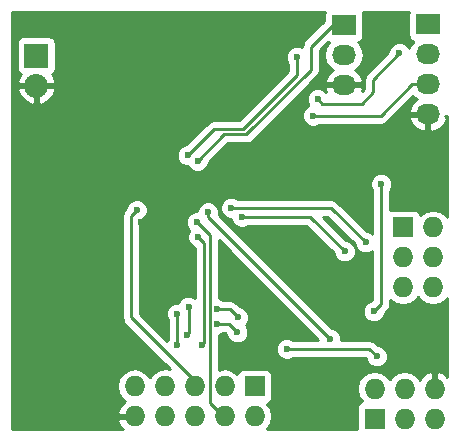
<source format=gbl>
G04 #@! TF.FileFunction,Copper,L2,Bot,Signal*
%FSLAX46Y46*%
G04 Gerber Fmt 4.6, Leading zero omitted, Abs format (unit mm)*
G04 Created by KiCad (PCBNEW 4.0.4-stable) date 11/04/16 17:13:28*
%MOMM*%
%LPD*%
G01*
G04 APERTURE LIST*
%ADD10C,0.100000*%
%ADD11R,1.727200X1.727200*%
%ADD12O,1.727200X1.727200*%
%ADD13R,2.032000X1.727200*%
%ADD14O,2.032000X1.727200*%
%ADD15R,2.032000X2.032000*%
%ADD16O,2.032000X2.032000*%
%ADD17C,0.600000*%
%ADD18C,0.250000*%
%ADD19C,0.254000*%
G04 APERTURE END LIST*
D10*
D11*
X138430000Y-105156000D03*
D12*
X138430000Y-102616000D03*
X140970000Y-105156000D03*
X140970000Y-102616000D03*
X143510000Y-105156000D03*
X143510000Y-102616000D03*
D13*
X135826500Y-71818500D03*
D14*
X135826500Y-74358500D03*
X135826500Y-76898500D03*
D13*
X142938500Y-71755000D03*
D14*
X142938500Y-74295000D03*
X142938500Y-76835000D03*
X142938500Y-79375000D03*
D11*
X128270000Y-102425500D03*
D12*
X128270000Y-104965500D03*
X125730000Y-102425500D03*
X125730000Y-104965500D03*
X123190000Y-102425500D03*
X123190000Y-104965500D03*
X120650000Y-102425500D03*
X120650000Y-104965500D03*
X118110000Y-102425500D03*
X118110000Y-104965500D03*
D11*
X140843000Y-88963500D03*
D12*
X143383000Y-88963500D03*
X140843000Y-91503500D03*
X143383000Y-91503500D03*
X140843000Y-94043500D03*
X143383000Y-94043500D03*
D15*
X109791500Y-74422000D03*
D16*
X109791500Y-76962000D03*
D17*
X139001500Y-85280500D03*
X138366500Y-96075500D03*
X133604000Y-78105000D03*
X140525500Y-74231500D03*
X114744500Y-88836500D03*
X115887500Y-95186500D03*
X119634000Y-72326500D03*
X131127500Y-90043000D03*
X118681500Y-88519000D03*
X118808500Y-90233500D03*
X118300500Y-87503000D03*
X123825000Y-98933000D03*
X123507500Y-89789000D03*
X121729500Y-96266000D03*
X121729500Y-98933000D03*
X122555000Y-98044000D03*
X122682000Y-95694500D03*
X125095000Y-97155000D03*
X126809500Y-97853500D03*
X126873000Y-96583500D03*
X125095000Y-95885000D03*
X138620500Y-99885500D03*
X131000500Y-99250500D03*
X127190500Y-88074500D03*
X135890000Y-90995500D03*
X137668000Y-90233500D03*
X126301500Y-87312500D03*
X133223000Y-79502000D03*
X134683500Y-98425000D03*
X124333000Y-87693500D03*
X123444000Y-83312000D03*
X131826000Y-74549000D03*
X122618500Y-82867500D03*
X123380500Y-88519000D03*
D18*
X139001500Y-95440500D02*
X139001500Y-85280500D01*
X138366500Y-96075500D02*
X139001500Y-95440500D01*
X133985000Y-78486000D02*
X133604000Y-78105000D01*
X137350500Y-78486000D02*
X133985000Y-78486000D01*
X138303000Y-77533500D02*
X137350500Y-78486000D01*
X138303000Y-76454000D02*
X138303000Y-77533500D01*
X140525500Y-74231500D02*
X138303000Y-76454000D01*
X118808500Y-90233500D02*
X118745000Y-90233500D01*
X117792500Y-96583500D02*
X123190000Y-101981000D01*
X117792500Y-88011000D02*
X117792500Y-96583500D01*
X118300500Y-87503000D02*
X117792500Y-88011000D01*
X123190000Y-101981000D02*
X123190000Y-102425500D01*
X123825000Y-98933000D02*
X124009998Y-98748002D01*
X124009998Y-98748002D02*
X124009998Y-90291498D01*
X124009998Y-90291498D02*
X123507500Y-89789000D01*
X121729500Y-98933000D02*
X121729500Y-96266000D01*
X122555000Y-98044000D02*
X122682000Y-97917000D01*
X122682000Y-97917000D02*
X122682000Y-95694500D01*
X126111000Y-97155000D02*
X125095000Y-97155000D01*
X126809500Y-97853500D02*
X126111000Y-97155000D01*
X126873000Y-96583500D02*
X126174500Y-95885000D01*
X126174500Y-95885000D02*
X125095000Y-95885000D01*
X138620500Y-99885500D02*
X137985500Y-99250500D01*
X137985500Y-99250500D02*
X131000500Y-99250500D01*
X132969000Y-88074500D02*
X127190500Y-88074500D01*
X135890000Y-90995500D02*
X132969000Y-88074500D01*
X137668000Y-90233500D02*
X134747000Y-87312500D01*
X134747000Y-87312500D02*
X126301500Y-87312500D01*
X141605000Y-76835000D02*
X142938500Y-76835000D01*
X138938000Y-79502000D02*
X141605000Y-76835000D01*
X133223000Y-79502000D02*
X138938000Y-79502000D01*
X134683500Y-98425000D02*
X124333000Y-88074500D01*
X124333000Y-88074500D02*
X124333000Y-87693500D01*
X133032500Y-73660000D02*
X134874000Y-71818500D01*
X133032500Y-75628500D02*
X133032500Y-73660000D01*
X127571500Y-81089500D02*
X133032500Y-75628500D01*
X125666500Y-81089500D02*
X127571500Y-81089500D01*
X123444000Y-83312000D02*
X125666500Y-81089500D01*
X134874000Y-71818500D02*
X135826500Y-71818500D01*
X131826000Y-76073000D02*
X131826000Y-74549000D01*
X127259502Y-80639498D02*
X131826000Y-76073000D01*
X124846502Y-80639498D02*
X127259502Y-80639498D01*
X122618500Y-82867500D02*
X124846502Y-80639498D01*
X125730000Y-104965500D02*
X125603000Y-104965500D01*
X125603000Y-104965500D02*
X124460000Y-103822500D01*
X124460000Y-103822500D02*
X124460000Y-89598500D01*
X124460000Y-89598500D02*
X123380500Y-88519000D01*
D19*
G36*
X134214069Y-70703010D02*
X134163060Y-70954900D01*
X134163060Y-71454638D01*
X132495099Y-73122599D01*
X132330352Y-73369161D01*
X132272500Y-73660000D01*
X132272500Y-73722000D01*
X132012799Y-73614162D01*
X131640833Y-73613838D01*
X131297057Y-73755883D01*
X131033808Y-74018673D01*
X130891162Y-74362201D01*
X130890838Y-74734167D01*
X131032883Y-75077943D01*
X131066000Y-75111118D01*
X131066000Y-75758198D01*
X126944700Y-79879498D01*
X124846502Y-79879498D01*
X124555663Y-79937350D01*
X124309101Y-80102097D01*
X122478820Y-81932378D01*
X122433333Y-81932338D01*
X122089557Y-82074383D01*
X121826308Y-82337173D01*
X121683662Y-82680701D01*
X121683338Y-83052667D01*
X121825383Y-83396443D01*
X122088173Y-83659692D01*
X122431701Y-83802338D01*
X122635005Y-83802515D01*
X122650883Y-83840943D01*
X122913673Y-84104192D01*
X123257201Y-84246838D01*
X123629167Y-84247162D01*
X123972943Y-84105117D01*
X124236192Y-83842327D01*
X124378838Y-83498799D01*
X124378879Y-83451923D01*
X125981302Y-81849500D01*
X127571500Y-81849500D01*
X127862339Y-81791648D01*
X128108901Y-81626901D01*
X133569901Y-76165901D01*
X133734648Y-75919340D01*
X133792500Y-75628500D01*
X133792500Y-73974802D01*
X134517120Y-73250182D01*
X134558610Y-73278531D01*
X134599939Y-73286900D01*
X134582085Y-73298830D01*
X134257229Y-73785011D01*
X134143155Y-74358500D01*
X134257229Y-74931989D01*
X134582085Y-75418170D01*
X134891569Y-75624961D01*
X134475768Y-75996464D01*
X134221791Y-76523709D01*
X134219142Y-76539474D01*
X134340283Y-76771500D01*
X135699500Y-76771500D01*
X135699500Y-76751500D01*
X135953500Y-76751500D01*
X135953500Y-76771500D01*
X137312717Y-76771500D01*
X137433858Y-76539474D01*
X137431209Y-76523709D01*
X137177232Y-75996464D01*
X136761431Y-75624961D01*
X137070915Y-75418170D01*
X137395771Y-74931989D01*
X137509845Y-74358500D01*
X137395771Y-73785011D01*
X137070915Y-73298830D01*
X137056587Y-73289257D01*
X137077817Y-73285262D01*
X137293941Y-73146190D01*
X137438931Y-72933990D01*
X137489940Y-72682100D01*
X137489940Y-70954900D01*
X137445662Y-70719583D01*
X137424695Y-70687000D01*
X141316452Y-70687000D01*
X141275060Y-70891400D01*
X141275060Y-72618600D01*
X141319338Y-72853917D01*
X141458410Y-73070041D01*
X141670610Y-73215031D01*
X141711939Y-73223400D01*
X141694085Y-73235330D01*
X141369229Y-73721511D01*
X141355327Y-73791402D01*
X141318617Y-73702557D01*
X141055827Y-73439308D01*
X140712299Y-73296662D01*
X140340333Y-73296338D01*
X139996557Y-73438383D01*
X139733308Y-73701173D01*
X139590662Y-74044701D01*
X139590621Y-74091577D01*
X137765599Y-75916599D01*
X137600852Y-76163161D01*
X137543000Y-76454000D01*
X137543000Y-77218698D01*
X137378049Y-77383649D01*
X137431209Y-77273291D01*
X137433858Y-77257526D01*
X137312717Y-77025500D01*
X135953500Y-77025500D01*
X135953500Y-77045500D01*
X135699500Y-77045500D01*
X135699500Y-77025500D01*
X134340283Y-77025500D01*
X134219142Y-77257526D01*
X134221791Y-77273291D01*
X134340142Y-77518983D01*
X134134327Y-77312808D01*
X133790799Y-77170162D01*
X133418833Y-77169838D01*
X133075057Y-77311883D01*
X132811808Y-77574673D01*
X132669162Y-77918201D01*
X132668838Y-78290167D01*
X132810883Y-78633943D01*
X132829731Y-78652824D01*
X132694057Y-78708883D01*
X132430808Y-78971673D01*
X132288162Y-79315201D01*
X132287838Y-79687167D01*
X132429883Y-80030943D01*
X132692673Y-80294192D01*
X133036201Y-80436838D01*
X133408167Y-80437162D01*
X133751943Y-80295117D01*
X133785118Y-80262000D01*
X138938000Y-80262000D01*
X139228839Y-80204148D01*
X139475401Y-80039401D01*
X139780776Y-79734026D01*
X141331142Y-79734026D01*
X141333791Y-79749791D01*
X141587768Y-80277036D01*
X142024180Y-80666954D01*
X142576587Y-80860184D01*
X142811500Y-80715924D01*
X142811500Y-79502000D01*
X141452283Y-79502000D01*
X141331142Y-79734026D01*
X139780776Y-79734026D01*
X141664464Y-77850338D01*
X141694085Y-77894670D01*
X142003569Y-78101461D01*
X141587768Y-78472964D01*
X141333791Y-79000209D01*
X141331142Y-79015974D01*
X141452283Y-79248000D01*
X142811500Y-79248000D01*
X142811500Y-79228000D01*
X143065500Y-79228000D01*
X143065500Y-79248000D01*
X143085500Y-79248000D01*
X143085500Y-79502000D01*
X143065500Y-79502000D01*
X143065500Y-80715924D01*
X143300413Y-80860184D01*
X143852820Y-80666954D01*
X144289232Y-80277036D01*
X144543209Y-79749791D01*
X144545858Y-79734026D01*
X144424718Y-79502002D01*
X144578000Y-79502002D01*
X144578000Y-88062427D01*
X144472029Y-87903830D01*
X143985848Y-87578974D01*
X143412359Y-87464900D01*
X143353641Y-87464900D01*
X142780152Y-87578974D01*
X142314558Y-87890074D01*
X142309762Y-87864583D01*
X142170690Y-87648459D01*
X141958490Y-87503469D01*
X141706600Y-87452460D01*
X139979400Y-87452460D01*
X139761500Y-87493461D01*
X139761500Y-85842963D01*
X139793692Y-85810827D01*
X139936338Y-85467299D01*
X139936662Y-85095333D01*
X139794617Y-84751557D01*
X139531827Y-84488308D01*
X139188299Y-84345662D01*
X138816333Y-84345338D01*
X138472557Y-84487383D01*
X138209308Y-84750173D01*
X138066662Y-85093701D01*
X138066338Y-85465667D01*
X138208383Y-85809443D01*
X138241500Y-85842618D01*
X138241500Y-89484556D01*
X138198327Y-89441308D01*
X137854799Y-89298662D01*
X137807923Y-89298621D01*
X135284401Y-86775099D01*
X135037839Y-86610352D01*
X134747000Y-86552500D01*
X126863963Y-86552500D01*
X126831827Y-86520308D01*
X126488299Y-86377662D01*
X126116333Y-86377338D01*
X125772557Y-86519383D01*
X125509308Y-86782173D01*
X125366662Y-87125701D01*
X125366338Y-87497667D01*
X125508383Y-87841443D01*
X125771173Y-88104692D01*
X126114701Y-88247338D01*
X126255349Y-88247461D01*
X126255338Y-88259667D01*
X126397383Y-88603443D01*
X126660173Y-88866692D01*
X127003701Y-89009338D01*
X127375667Y-89009662D01*
X127719443Y-88867617D01*
X127752618Y-88834500D01*
X132654198Y-88834500D01*
X134954878Y-91135180D01*
X134954838Y-91180667D01*
X135096883Y-91524443D01*
X135359673Y-91787692D01*
X135703201Y-91930338D01*
X136075167Y-91930662D01*
X136418943Y-91788617D01*
X136682192Y-91525827D01*
X136824838Y-91182299D01*
X136825162Y-90810333D01*
X136683117Y-90466557D01*
X136420327Y-90203308D01*
X136076799Y-90060662D01*
X136029923Y-90060621D01*
X134041802Y-88072500D01*
X134432198Y-88072500D01*
X136732878Y-90373180D01*
X136732838Y-90418667D01*
X136874883Y-90762443D01*
X137137673Y-91025692D01*
X137481201Y-91168338D01*
X137853167Y-91168662D01*
X138196943Y-91026617D01*
X138241500Y-90982138D01*
X138241500Y-95125698D01*
X138226820Y-95140378D01*
X138181333Y-95140338D01*
X137837557Y-95282383D01*
X137574308Y-95545173D01*
X137431662Y-95888701D01*
X137431338Y-96260667D01*
X137573383Y-96604443D01*
X137836173Y-96867692D01*
X138179701Y-97010338D01*
X138551667Y-97010662D01*
X138895443Y-96868617D01*
X139158692Y-96605827D01*
X139301338Y-96262299D01*
X139301379Y-96215423D01*
X139538901Y-95977901D01*
X139703648Y-95731339D01*
X139761500Y-95440500D01*
X139761500Y-95108201D01*
X140240152Y-95428026D01*
X140813641Y-95542100D01*
X140872359Y-95542100D01*
X141445848Y-95428026D01*
X141932029Y-95103170D01*
X142113000Y-94832328D01*
X142293971Y-95103170D01*
X142780152Y-95428026D01*
X143353641Y-95542100D01*
X143412359Y-95542100D01*
X143985848Y-95428026D01*
X144472029Y-95103170D01*
X144578000Y-94944573D01*
X144578000Y-101600800D01*
X144284947Y-101333312D01*
X143869026Y-101161042D01*
X143637000Y-101282183D01*
X143637000Y-102489000D01*
X143657000Y-102489000D01*
X143657000Y-102743000D01*
X143637000Y-102743000D01*
X143637000Y-102763000D01*
X143383000Y-102763000D01*
X143383000Y-102743000D01*
X143363000Y-102743000D01*
X143363000Y-102489000D01*
X143383000Y-102489000D01*
X143383000Y-101282183D01*
X143150974Y-101161042D01*
X142735053Y-101333312D01*
X142303179Y-101727510D01*
X142245664Y-101850228D01*
X142029670Y-101526971D01*
X141543489Y-101202115D01*
X140970000Y-101088041D01*
X140396511Y-101202115D01*
X139910330Y-101526971D01*
X139700000Y-101841752D01*
X139489670Y-101526971D01*
X139003489Y-101202115D01*
X138430000Y-101088041D01*
X137856511Y-101202115D01*
X137370330Y-101526971D01*
X137045474Y-102013152D01*
X136931400Y-102586641D01*
X136931400Y-102645359D01*
X137045474Y-103218848D01*
X137356574Y-103684442D01*
X137331083Y-103689238D01*
X137114959Y-103828310D01*
X136969969Y-104040510D01*
X136918960Y-104292400D01*
X136918960Y-106019600D01*
X136921575Y-106033500D01*
X129343721Y-106033500D01*
X129654526Y-105568348D01*
X129768600Y-104994859D01*
X129768600Y-104936141D01*
X129654526Y-104362652D01*
X129343426Y-103897058D01*
X129368917Y-103892262D01*
X129585041Y-103753190D01*
X129730031Y-103540990D01*
X129781040Y-103289100D01*
X129781040Y-101561900D01*
X129736762Y-101326583D01*
X129597690Y-101110459D01*
X129385490Y-100965469D01*
X129133600Y-100914460D01*
X127406400Y-100914460D01*
X127171083Y-100958738D01*
X126954959Y-101097810D01*
X126809969Y-101310010D01*
X126801136Y-101353631D01*
X126789670Y-101336471D01*
X126303489Y-101011615D01*
X125730000Y-100897541D01*
X125220000Y-100998986D01*
X125220000Y-98090110D01*
X125280167Y-98090162D01*
X125623943Y-97948117D01*
X125657118Y-97915000D01*
X125796198Y-97915000D01*
X125874378Y-97993180D01*
X125874338Y-98038667D01*
X126016383Y-98382443D01*
X126279173Y-98645692D01*
X126622701Y-98788338D01*
X126994667Y-98788662D01*
X127338443Y-98646617D01*
X127601692Y-98383827D01*
X127744338Y-98040299D01*
X127744662Y-97668333D01*
X127602617Y-97324557D01*
X127528485Y-97250296D01*
X127665192Y-97113827D01*
X127807838Y-96770299D01*
X127808162Y-96398333D01*
X127666117Y-96054557D01*
X127403327Y-95791308D01*
X127059799Y-95648662D01*
X127012923Y-95648621D01*
X126711901Y-95347599D01*
X126465339Y-95182852D01*
X126174500Y-95125000D01*
X125657463Y-95125000D01*
X125625327Y-95092808D01*
X125281799Y-94950162D01*
X125220000Y-94950108D01*
X125220000Y-90036302D01*
X133674198Y-98490500D01*
X131562963Y-98490500D01*
X131530827Y-98458308D01*
X131187299Y-98315662D01*
X130815333Y-98315338D01*
X130471557Y-98457383D01*
X130208308Y-98720173D01*
X130065662Y-99063701D01*
X130065338Y-99435667D01*
X130207383Y-99779443D01*
X130470173Y-100042692D01*
X130813701Y-100185338D01*
X131185667Y-100185662D01*
X131529443Y-100043617D01*
X131562618Y-100010500D01*
X137670698Y-100010500D01*
X137685378Y-100025180D01*
X137685338Y-100070667D01*
X137827383Y-100414443D01*
X138090173Y-100677692D01*
X138433701Y-100820338D01*
X138805667Y-100820662D01*
X139149443Y-100678617D01*
X139412692Y-100415827D01*
X139555338Y-100072299D01*
X139555662Y-99700333D01*
X139413617Y-99356557D01*
X139150827Y-99093308D01*
X138807299Y-98950662D01*
X138760423Y-98950621D01*
X138522901Y-98713099D01*
X138276339Y-98548352D01*
X137985500Y-98490500D01*
X135618444Y-98490500D01*
X135618662Y-98239833D01*
X135476617Y-97896057D01*
X135213827Y-97632808D01*
X134870299Y-97490162D01*
X134823423Y-97490121D01*
X125251925Y-87918623D01*
X125267838Y-87880299D01*
X125268162Y-87508333D01*
X125126117Y-87164557D01*
X124863327Y-86901308D01*
X124519799Y-86758662D01*
X124147833Y-86758338D01*
X123804057Y-86900383D01*
X123540808Y-87163173D01*
X123398162Y-87506701D01*
X123398095Y-87584015D01*
X123195333Y-87583838D01*
X122851557Y-87725883D01*
X122588308Y-87988673D01*
X122445662Y-88332201D01*
X122445338Y-88704167D01*
X122587383Y-89047943D01*
X122756599Y-89217454D01*
X122715308Y-89258673D01*
X122572662Y-89602201D01*
X122572338Y-89974167D01*
X122714383Y-90317943D01*
X122977173Y-90581192D01*
X123249998Y-90694479D01*
X123249998Y-94940045D01*
X123212327Y-94902308D01*
X122868799Y-94759662D01*
X122496833Y-94759338D01*
X122153057Y-94901383D01*
X121889808Y-95164173D01*
X121820502Y-95331079D01*
X121544333Y-95330838D01*
X121200557Y-95472883D01*
X120937308Y-95735673D01*
X120794662Y-96079201D01*
X120794338Y-96451167D01*
X120936383Y-96794943D01*
X120969500Y-96828118D01*
X120969500Y-98370537D01*
X120937308Y-98402673D01*
X120863712Y-98579910D01*
X118552500Y-96268698D01*
X118552500Y-88410547D01*
X118829443Y-88296117D01*
X119092692Y-88033327D01*
X119235338Y-87689799D01*
X119235662Y-87317833D01*
X119093617Y-86974057D01*
X118830827Y-86710808D01*
X118487299Y-86568162D01*
X118115333Y-86567838D01*
X117771557Y-86709883D01*
X117508308Y-86972673D01*
X117365662Y-87316201D01*
X117365621Y-87363077D01*
X117255099Y-87473599D01*
X117090352Y-87720161D01*
X117032500Y-88011000D01*
X117032500Y-96583500D01*
X117090352Y-96874339D01*
X117255099Y-97120901D01*
X121126526Y-100992328D01*
X120650000Y-100897541D01*
X120076511Y-101011615D01*
X119590330Y-101336471D01*
X119380000Y-101651252D01*
X119169670Y-101336471D01*
X118683489Y-101011615D01*
X118110000Y-100897541D01*
X117536511Y-101011615D01*
X117050330Y-101336471D01*
X116725474Y-101822652D01*
X116611400Y-102396141D01*
X116611400Y-102454859D01*
X116725474Y-103028348D01*
X117050330Y-103514529D01*
X117321161Y-103695492D01*
X116903179Y-104077010D01*
X116655032Y-104606473D01*
X116775531Y-104838500D01*
X117983000Y-104838500D01*
X117983000Y-104818500D01*
X118237000Y-104818500D01*
X118237000Y-104838500D01*
X118257000Y-104838500D01*
X118257000Y-105092500D01*
X118237000Y-105092500D01*
X118237000Y-105112500D01*
X117983000Y-105112500D01*
X117983000Y-105092500D01*
X116775531Y-105092500D01*
X116655032Y-105324527D01*
X116903179Y-105853990D01*
X117099846Y-106033500D01*
X107771000Y-106033500D01*
X107771000Y-77344944D01*
X108185525Y-77344944D01*
X108385115Y-77826818D01*
X108823121Y-78299188D01*
X109408554Y-78567983D01*
X109664500Y-78449367D01*
X109664500Y-77089000D01*
X109918500Y-77089000D01*
X109918500Y-78449367D01*
X110174446Y-78567983D01*
X110759879Y-78299188D01*
X111197885Y-77826818D01*
X111397475Y-77344944D01*
X111278336Y-77089000D01*
X109918500Y-77089000D01*
X109664500Y-77089000D01*
X108304664Y-77089000D01*
X108185525Y-77344944D01*
X107771000Y-77344944D01*
X107771000Y-73406000D01*
X108128060Y-73406000D01*
X108128060Y-75438000D01*
X108172338Y-75673317D01*
X108311410Y-75889441D01*
X108474448Y-76000840D01*
X108385115Y-76097182D01*
X108185525Y-76579056D01*
X108304664Y-76835000D01*
X109664500Y-76835000D01*
X109664500Y-76815000D01*
X109918500Y-76815000D01*
X109918500Y-76835000D01*
X111278336Y-76835000D01*
X111397475Y-76579056D01*
X111197885Y-76097182D01*
X111107403Y-75999602D01*
X111258941Y-75902090D01*
X111403931Y-75689890D01*
X111454940Y-75438000D01*
X111454940Y-73406000D01*
X111410662Y-73170683D01*
X111271590Y-72954559D01*
X111059390Y-72809569D01*
X110807500Y-72758560D01*
X108775500Y-72758560D01*
X108540183Y-72802838D01*
X108324059Y-72941910D01*
X108179069Y-73154110D01*
X108128060Y-73406000D01*
X107771000Y-73406000D01*
X107771000Y-70687000D01*
X134225008Y-70687000D01*
X134214069Y-70703010D01*
X134214069Y-70703010D01*
G37*
X134214069Y-70703010D02*
X134163060Y-70954900D01*
X134163060Y-71454638D01*
X132495099Y-73122599D01*
X132330352Y-73369161D01*
X132272500Y-73660000D01*
X132272500Y-73722000D01*
X132012799Y-73614162D01*
X131640833Y-73613838D01*
X131297057Y-73755883D01*
X131033808Y-74018673D01*
X130891162Y-74362201D01*
X130890838Y-74734167D01*
X131032883Y-75077943D01*
X131066000Y-75111118D01*
X131066000Y-75758198D01*
X126944700Y-79879498D01*
X124846502Y-79879498D01*
X124555663Y-79937350D01*
X124309101Y-80102097D01*
X122478820Y-81932378D01*
X122433333Y-81932338D01*
X122089557Y-82074383D01*
X121826308Y-82337173D01*
X121683662Y-82680701D01*
X121683338Y-83052667D01*
X121825383Y-83396443D01*
X122088173Y-83659692D01*
X122431701Y-83802338D01*
X122635005Y-83802515D01*
X122650883Y-83840943D01*
X122913673Y-84104192D01*
X123257201Y-84246838D01*
X123629167Y-84247162D01*
X123972943Y-84105117D01*
X124236192Y-83842327D01*
X124378838Y-83498799D01*
X124378879Y-83451923D01*
X125981302Y-81849500D01*
X127571500Y-81849500D01*
X127862339Y-81791648D01*
X128108901Y-81626901D01*
X133569901Y-76165901D01*
X133734648Y-75919340D01*
X133792500Y-75628500D01*
X133792500Y-73974802D01*
X134517120Y-73250182D01*
X134558610Y-73278531D01*
X134599939Y-73286900D01*
X134582085Y-73298830D01*
X134257229Y-73785011D01*
X134143155Y-74358500D01*
X134257229Y-74931989D01*
X134582085Y-75418170D01*
X134891569Y-75624961D01*
X134475768Y-75996464D01*
X134221791Y-76523709D01*
X134219142Y-76539474D01*
X134340283Y-76771500D01*
X135699500Y-76771500D01*
X135699500Y-76751500D01*
X135953500Y-76751500D01*
X135953500Y-76771500D01*
X137312717Y-76771500D01*
X137433858Y-76539474D01*
X137431209Y-76523709D01*
X137177232Y-75996464D01*
X136761431Y-75624961D01*
X137070915Y-75418170D01*
X137395771Y-74931989D01*
X137509845Y-74358500D01*
X137395771Y-73785011D01*
X137070915Y-73298830D01*
X137056587Y-73289257D01*
X137077817Y-73285262D01*
X137293941Y-73146190D01*
X137438931Y-72933990D01*
X137489940Y-72682100D01*
X137489940Y-70954900D01*
X137445662Y-70719583D01*
X137424695Y-70687000D01*
X141316452Y-70687000D01*
X141275060Y-70891400D01*
X141275060Y-72618600D01*
X141319338Y-72853917D01*
X141458410Y-73070041D01*
X141670610Y-73215031D01*
X141711939Y-73223400D01*
X141694085Y-73235330D01*
X141369229Y-73721511D01*
X141355327Y-73791402D01*
X141318617Y-73702557D01*
X141055827Y-73439308D01*
X140712299Y-73296662D01*
X140340333Y-73296338D01*
X139996557Y-73438383D01*
X139733308Y-73701173D01*
X139590662Y-74044701D01*
X139590621Y-74091577D01*
X137765599Y-75916599D01*
X137600852Y-76163161D01*
X137543000Y-76454000D01*
X137543000Y-77218698D01*
X137378049Y-77383649D01*
X137431209Y-77273291D01*
X137433858Y-77257526D01*
X137312717Y-77025500D01*
X135953500Y-77025500D01*
X135953500Y-77045500D01*
X135699500Y-77045500D01*
X135699500Y-77025500D01*
X134340283Y-77025500D01*
X134219142Y-77257526D01*
X134221791Y-77273291D01*
X134340142Y-77518983D01*
X134134327Y-77312808D01*
X133790799Y-77170162D01*
X133418833Y-77169838D01*
X133075057Y-77311883D01*
X132811808Y-77574673D01*
X132669162Y-77918201D01*
X132668838Y-78290167D01*
X132810883Y-78633943D01*
X132829731Y-78652824D01*
X132694057Y-78708883D01*
X132430808Y-78971673D01*
X132288162Y-79315201D01*
X132287838Y-79687167D01*
X132429883Y-80030943D01*
X132692673Y-80294192D01*
X133036201Y-80436838D01*
X133408167Y-80437162D01*
X133751943Y-80295117D01*
X133785118Y-80262000D01*
X138938000Y-80262000D01*
X139228839Y-80204148D01*
X139475401Y-80039401D01*
X139780776Y-79734026D01*
X141331142Y-79734026D01*
X141333791Y-79749791D01*
X141587768Y-80277036D01*
X142024180Y-80666954D01*
X142576587Y-80860184D01*
X142811500Y-80715924D01*
X142811500Y-79502000D01*
X141452283Y-79502000D01*
X141331142Y-79734026D01*
X139780776Y-79734026D01*
X141664464Y-77850338D01*
X141694085Y-77894670D01*
X142003569Y-78101461D01*
X141587768Y-78472964D01*
X141333791Y-79000209D01*
X141331142Y-79015974D01*
X141452283Y-79248000D01*
X142811500Y-79248000D01*
X142811500Y-79228000D01*
X143065500Y-79228000D01*
X143065500Y-79248000D01*
X143085500Y-79248000D01*
X143085500Y-79502000D01*
X143065500Y-79502000D01*
X143065500Y-80715924D01*
X143300413Y-80860184D01*
X143852820Y-80666954D01*
X144289232Y-80277036D01*
X144543209Y-79749791D01*
X144545858Y-79734026D01*
X144424718Y-79502002D01*
X144578000Y-79502002D01*
X144578000Y-88062427D01*
X144472029Y-87903830D01*
X143985848Y-87578974D01*
X143412359Y-87464900D01*
X143353641Y-87464900D01*
X142780152Y-87578974D01*
X142314558Y-87890074D01*
X142309762Y-87864583D01*
X142170690Y-87648459D01*
X141958490Y-87503469D01*
X141706600Y-87452460D01*
X139979400Y-87452460D01*
X139761500Y-87493461D01*
X139761500Y-85842963D01*
X139793692Y-85810827D01*
X139936338Y-85467299D01*
X139936662Y-85095333D01*
X139794617Y-84751557D01*
X139531827Y-84488308D01*
X139188299Y-84345662D01*
X138816333Y-84345338D01*
X138472557Y-84487383D01*
X138209308Y-84750173D01*
X138066662Y-85093701D01*
X138066338Y-85465667D01*
X138208383Y-85809443D01*
X138241500Y-85842618D01*
X138241500Y-89484556D01*
X138198327Y-89441308D01*
X137854799Y-89298662D01*
X137807923Y-89298621D01*
X135284401Y-86775099D01*
X135037839Y-86610352D01*
X134747000Y-86552500D01*
X126863963Y-86552500D01*
X126831827Y-86520308D01*
X126488299Y-86377662D01*
X126116333Y-86377338D01*
X125772557Y-86519383D01*
X125509308Y-86782173D01*
X125366662Y-87125701D01*
X125366338Y-87497667D01*
X125508383Y-87841443D01*
X125771173Y-88104692D01*
X126114701Y-88247338D01*
X126255349Y-88247461D01*
X126255338Y-88259667D01*
X126397383Y-88603443D01*
X126660173Y-88866692D01*
X127003701Y-89009338D01*
X127375667Y-89009662D01*
X127719443Y-88867617D01*
X127752618Y-88834500D01*
X132654198Y-88834500D01*
X134954878Y-91135180D01*
X134954838Y-91180667D01*
X135096883Y-91524443D01*
X135359673Y-91787692D01*
X135703201Y-91930338D01*
X136075167Y-91930662D01*
X136418943Y-91788617D01*
X136682192Y-91525827D01*
X136824838Y-91182299D01*
X136825162Y-90810333D01*
X136683117Y-90466557D01*
X136420327Y-90203308D01*
X136076799Y-90060662D01*
X136029923Y-90060621D01*
X134041802Y-88072500D01*
X134432198Y-88072500D01*
X136732878Y-90373180D01*
X136732838Y-90418667D01*
X136874883Y-90762443D01*
X137137673Y-91025692D01*
X137481201Y-91168338D01*
X137853167Y-91168662D01*
X138196943Y-91026617D01*
X138241500Y-90982138D01*
X138241500Y-95125698D01*
X138226820Y-95140378D01*
X138181333Y-95140338D01*
X137837557Y-95282383D01*
X137574308Y-95545173D01*
X137431662Y-95888701D01*
X137431338Y-96260667D01*
X137573383Y-96604443D01*
X137836173Y-96867692D01*
X138179701Y-97010338D01*
X138551667Y-97010662D01*
X138895443Y-96868617D01*
X139158692Y-96605827D01*
X139301338Y-96262299D01*
X139301379Y-96215423D01*
X139538901Y-95977901D01*
X139703648Y-95731339D01*
X139761500Y-95440500D01*
X139761500Y-95108201D01*
X140240152Y-95428026D01*
X140813641Y-95542100D01*
X140872359Y-95542100D01*
X141445848Y-95428026D01*
X141932029Y-95103170D01*
X142113000Y-94832328D01*
X142293971Y-95103170D01*
X142780152Y-95428026D01*
X143353641Y-95542100D01*
X143412359Y-95542100D01*
X143985848Y-95428026D01*
X144472029Y-95103170D01*
X144578000Y-94944573D01*
X144578000Y-101600800D01*
X144284947Y-101333312D01*
X143869026Y-101161042D01*
X143637000Y-101282183D01*
X143637000Y-102489000D01*
X143657000Y-102489000D01*
X143657000Y-102743000D01*
X143637000Y-102743000D01*
X143637000Y-102763000D01*
X143383000Y-102763000D01*
X143383000Y-102743000D01*
X143363000Y-102743000D01*
X143363000Y-102489000D01*
X143383000Y-102489000D01*
X143383000Y-101282183D01*
X143150974Y-101161042D01*
X142735053Y-101333312D01*
X142303179Y-101727510D01*
X142245664Y-101850228D01*
X142029670Y-101526971D01*
X141543489Y-101202115D01*
X140970000Y-101088041D01*
X140396511Y-101202115D01*
X139910330Y-101526971D01*
X139700000Y-101841752D01*
X139489670Y-101526971D01*
X139003489Y-101202115D01*
X138430000Y-101088041D01*
X137856511Y-101202115D01*
X137370330Y-101526971D01*
X137045474Y-102013152D01*
X136931400Y-102586641D01*
X136931400Y-102645359D01*
X137045474Y-103218848D01*
X137356574Y-103684442D01*
X137331083Y-103689238D01*
X137114959Y-103828310D01*
X136969969Y-104040510D01*
X136918960Y-104292400D01*
X136918960Y-106019600D01*
X136921575Y-106033500D01*
X129343721Y-106033500D01*
X129654526Y-105568348D01*
X129768600Y-104994859D01*
X129768600Y-104936141D01*
X129654526Y-104362652D01*
X129343426Y-103897058D01*
X129368917Y-103892262D01*
X129585041Y-103753190D01*
X129730031Y-103540990D01*
X129781040Y-103289100D01*
X129781040Y-101561900D01*
X129736762Y-101326583D01*
X129597690Y-101110459D01*
X129385490Y-100965469D01*
X129133600Y-100914460D01*
X127406400Y-100914460D01*
X127171083Y-100958738D01*
X126954959Y-101097810D01*
X126809969Y-101310010D01*
X126801136Y-101353631D01*
X126789670Y-101336471D01*
X126303489Y-101011615D01*
X125730000Y-100897541D01*
X125220000Y-100998986D01*
X125220000Y-98090110D01*
X125280167Y-98090162D01*
X125623943Y-97948117D01*
X125657118Y-97915000D01*
X125796198Y-97915000D01*
X125874378Y-97993180D01*
X125874338Y-98038667D01*
X126016383Y-98382443D01*
X126279173Y-98645692D01*
X126622701Y-98788338D01*
X126994667Y-98788662D01*
X127338443Y-98646617D01*
X127601692Y-98383827D01*
X127744338Y-98040299D01*
X127744662Y-97668333D01*
X127602617Y-97324557D01*
X127528485Y-97250296D01*
X127665192Y-97113827D01*
X127807838Y-96770299D01*
X127808162Y-96398333D01*
X127666117Y-96054557D01*
X127403327Y-95791308D01*
X127059799Y-95648662D01*
X127012923Y-95648621D01*
X126711901Y-95347599D01*
X126465339Y-95182852D01*
X126174500Y-95125000D01*
X125657463Y-95125000D01*
X125625327Y-95092808D01*
X125281799Y-94950162D01*
X125220000Y-94950108D01*
X125220000Y-90036302D01*
X133674198Y-98490500D01*
X131562963Y-98490500D01*
X131530827Y-98458308D01*
X131187299Y-98315662D01*
X130815333Y-98315338D01*
X130471557Y-98457383D01*
X130208308Y-98720173D01*
X130065662Y-99063701D01*
X130065338Y-99435667D01*
X130207383Y-99779443D01*
X130470173Y-100042692D01*
X130813701Y-100185338D01*
X131185667Y-100185662D01*
X131529443Y-100043617D01*
X131562618Y-100010500D01*
X137670698Y-100010500D01*
X137685378Y-100025180D01*
X137685338Y-100070667D01*
X137827383Y-100414443D01*
X138090173Y-100677692D01*
X138433701Y-100820338D01*
X138805667Y-100820662D01*
X139149443Y-100678617D01*
X139412692Y-100415827D01*
X139555338Y-100072299D01*
X139555662Y-99700333D01*
X139413617Y-99356557D01*
X139150827Y-99093308D01*
X138807299Y-98950662D01*
X138760423Y-98950621D01*
X138522901Y-98713099D01*
X138276339Y-98548352D01*
X137985500Y-98490500D01*
X135618444Y-98490500D01*
X135618662Y-98239833D01*
X135476617Y-97896057D01*
X135213827Y-97632808D01*
X134870299Y-97490162D01*
X134823423Y-97490121D01*
X125251925Y-87918623D01*
X125267838Y-87880299D01*
X125268162Y-87508333D01*
X125126117Y-87164557D01*
X124863327Y-86901308D01*
X124519799Y-86758662D01*
X124147833Y-86758338D01*
X123804057Y-86900383D01*
X123540808Y-87163173D01*
X123398162Y-87506701D01*
X123398095Y-87584015D01*
X123195333Y-87583838D01*
X122851557Y-87725883D01*
X122588308Y-87988673D01*
X122445662Y-88332201D01*
X122445338Y-88704167D01*
X122587383Y-89047943D01*
X122756599Y-89217454D01*
X122715308Y-89258673D01*
X122572662Y-89602201D01*
X122572338Y-89974167D01*
X122714383Y-90317943D01*
X122977173Y-90581192D01*
X123249998Y-90694479D01*
X123249998Y-94940045D01*
X123212327Y-94902308D01*
X122868799Y-94759662D01*
X122496833Y-94759338D01*
X122153057Y-94901383D01*
X121889808Y-95164173D01*
X121820502Y-95331079D01*
X121544333Y-95330838D01*
X121200557Y-95472883D01*
X120937308Y-95735673D01*
X120794662Y-96079201D01*
X120794338Y-96451167D01*
X120936383Y-96794943D01*
X120969500Y-96828118D01*
X120969500Y-98370537D01*
X120937308Y-98402673D01*
X120863712Y-98579910D01*
X118552500Y-96268698D01*
X118552500Y-88410547D01*
X118829443Y-88296117D01*
X119092692Y-88033327D01*
X119235338Y-87689799D01*
X119235662Y-87317833D01*
X119093617Y-86974057D01*
X118830827Y-86710808D01*
X118487299Y-86568162D01*
X118115333Y-86567838D01*
X117771557Y-86709883D01*
X117508308Y-86972673D01*
X117365662Y-87316201D01*
X117365621Y-87363077D01*
X117255099Y-87473599D01*
X117090352Y-87720161D01*
X117032500Y-88011000D01*
X117032500Y-96583500D01*
X117090352Y-96874339D01*
X117255099Y-97120901D01*
X121126526Y-100992328D01*
X120650000Y-100897541D01*
X120076511Y-101011615D01*
X119590330Y-101336471D01*
X119380000Y-101651252D01*
X119169670Y-101336471D01*
X118683489Y-101011615D01*
X118110000Y-100897541D01*
X117536511Y-101011615D01*
X117050330Y-101336471D01*
X116725474Y-101822652D01*
X116611400Y-102396141D01*
X116611400Y-102454859D01*
X116725474Y-103028348D01*
X117050330Y-103514529D01*
X117321161Y-103695492D01*
X116903179Y-104077010D01*
X116655032Y-104606473D01*
X116775531Y-104838500D01*
X117983000Y-104838500D01*
X117983000Y-104818500D01*
X118237000Y-104818500D01*
X118237000Y-104838500D01*
X118257000Y-104838500D01*
X118257000Y-105092500D01*
X118237000Y-105092500D01*
X118237000Y-105112500D01*
X117983000Y-105112500D01*
X117983000Y-105092500D01*
X116775531Y-105092500D01*
X116655032Y-105324527D01*
X116903179Y-105853990D01*
X117099846Y-106033500D01*
X107771000Y-106033500D01*
X107771000Y-77344944D01*
X108185525Y-77344944D01*
X108385115Y-77826818D01*
X108823121Y-78299188D01*
X109408554Y-78567983D01*
X109664500Y-78449367D01*
X109664500Y-77089000D01*
X109918500Y-77089000D01*
X109918500Y-78449367D01*
X110174446Y-78567983D01*
X110759879Y-78299188D01*
X111197885Y-77826818D01*
X111397475Y-77344944D01*
X111278336Y-77089000D01*
X109918500Y-77089000D01*
X109664500Y-77089000D01*
X108304664Y-77089000D01*
X108185525Y-77344944D01*
X107771000Y-77344944D01*
X107771000Y-73406000D01*
X108128060Y-73406000D01*
X108128060Y-75438000D01*
X108172338Y-75673317D01*
X108311410Y-75889441D01*
X108474448Y-76000840D01*
X108385115Y-76097182D01*
X108185525Y-76579056D01*
X108304664Y-76835000D01*
X109664500Y-76835000D01*
X109664500Y-76815000D01*
X109918500Y-76815000D01*
X109918500Y-76835000D01*
X111278336Y-76835000D01*
X111397475Y-76579056D01*
X111197885Y-76097182D01*
X111107403Y-75999602D01*
X111258941Y-75902090D01*
X111403931Y-75689890D01*
X111454940Y-75438000D01*
X111454940Y-73406000D01*
X111410662Y-73170683D01*
X111271590Y-72954559D01*
X111059390Y-72809569D01*
X110807500Y-72758560D01*
X108775500Y-72758560D01*
X108540183Y-72802838D01*
X108324059Y-72941910D01*
X108179069Y-73154110D01*
X108128060Y-73406000D01*
X107771000Y-73406000D01*
X107771000Y-70687000D01*
X134225008Y-70687000D01*
X134214069Y-70703010D01*
M02*

</source>
